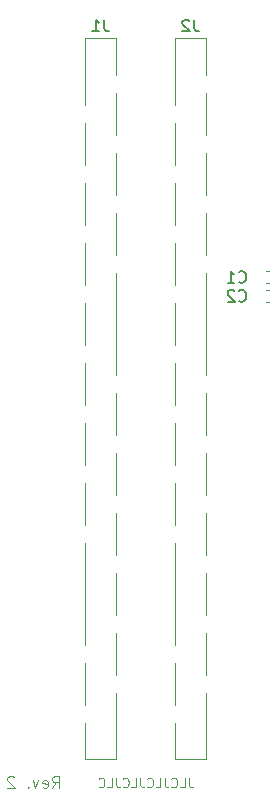
<source format=gbr>
G04 #@! TF.GenerationSoftware,KiCad,Pcbnew,9.0.6-9.0.6~ubuntu25.10.1*
G04 #@! TF.CreationDate,2025-11-17T16:53:44+09:00*
G04 #@! TF.ProjectId,bionic-z180fsc,62696f6e-6963-42d7-9a31-38306673632e,2*
G04 #@! TF.SameCoordinates,Original*
G04 #@! TF.FileFunction,Legend,Bot*
G04 #@! TF.FilePolarity,Positive*
%FSLAX46Y46*%
G04 Gerber Fmt 4.6, Leading zero omitted, Abs format (unit mm)*
G04 Created by KiCad (PCBNEW 9.0.6-9.0.6~ubuntu25.10.1) date 2025-11-17 16:53:44*
%MOMM*%
%LPD*%
G01*
G04 APERTURE LIST*
%ADD10C,0.100000*%
%ADD11C,0.125000*%
%ADD12C,0.150000*%
%ADD13C,0.120000*%
G04 APERTURE END LIST*
D10*
X117395238Y-136406895D02*
X117395238Y-136978323D01*
X117395238Y-136978323D02*
X117433333Y-137092609D01*
X117433333Y-137092609D02*
X117509524Y-137168800D01*
X117509524Y-137168800D02*
X117623809Y-137206895D01*
X117623809Y-137206895D02*
X117700000Y-137206895D01*
X116633333Y-137206895D02*
X117014285Y-137206895D01*
X117014285Y-137206895D02*
X117014285Y-136406895D01*
X115909523Y-137130704D02*
X115947619Y-137168800D01*
X115947619Y-137168800D02*
X116061904Y-137206895D01*
X116061904Y-137206895D02*
X116138095Y-137206895D01*
X116138095Y-137206895D02*
X116252381Y-137168800D01*
X116252381Y-137168800D02*
X116328571Y-137092609D01*
X116328571Y-137092609D02*
X116366666Y-137016419D01*
X116366666Y-137016419D02*
X116404762Y-136864038D01*
X116404762Y-136864038D02*
X116404762Y-136749752D01*
X116404762Y-136749752D02*
X116366666Y-136597371D01*
X116366666Y-136597371D02*
X116328571Y-136521180D01*
X116328571Y-136521180D02*
X116252381Y-136444990D01*
X116252381Y-136444990D02*
X116138095Y-136406895D01*
X116138095Y-136406895D02*
X116061904Y-136406895D01*
X116061904Y-136406895D02*
X115947619Y-136444990D01*
X115947619Y-136444990D02*
X115909523Y-136483085D01*
X115338095Y-136406895D02*
X115338095Y-136978323D01*
X115338095Y-136978323D02*
X115376190Y-137092609D01*
X115376190Y-137092609D02*
X115452381Y-137168800D01*
X115452381Y-137168800D02*
X115566666Y-137206895D01*
X115566666Y-137206895D02*
X115642857Y-137206895D01*
X114576190Y-137206895D02*
X114957142Y-137206895D01*
X114957142Y-137206895D02*
X114957142Y-136406895D01*
X113852380Y-137130704D02*
X113890476Y-137168800D01*
X113890476Y-137168800D02*
X114004761Y-137206895D01*
X114004761Y-137206895D02*
X114080952Y-137206895D01*
X114080952Y-137206895D02*
X114195238Y-137168800D01*
X114195238Y-137168800D02*
X114271428Y-137092609D01*
X114271428Y-137092609D02*
X114309523Y-137016419D01*
X114309523Y-137016419D02*
X114347619Y-136864038D01*
X114347619Y-136864038D02*
X114347619Y-136749752D01*
X114347619Y-136749752D02*
X114309523Y-136597371D01*
X114309523Y-136597371D02*
X114271428Y-136521180D01*
X114271428Y-136521180D02*
X114195238Y-136444990D01*
X114195238Y-136444990D02*
X114080952Y-136406895D01*
X114080952Y-136406895D02*
X114004761Y-136406895D01*
X114004761Y-136406895D02*
X113890476Y-136444990D01*
X113890476Y-136444990D02*
X113852380Y-136483085D01*
X113280952Y-136406895D02*
X113280952Y-136978323D01*
X113280952Y-136978323D02*
X113319047Y-137092609D01*
X113319047Y-137092609D02*
X113395238Y-137168800D01*
X113395238Y-137168800D02*
X113509523Y-137206895D01*
X113509523Y-137206895D02*
X113585714Y-137206895D01*
X112519047Y-137206895D02*
X112899999Y-137206895D01*
X112899999Y-137206895D02*
X112899999Y-136406895D01*
X111795237Y-137130704D02*
X111833333Y-137168800D01*
X111833333Y-137168800D02*
X111947618Y-137206895D01*
X111947618Y-137206895D02*
X112023809Y-137206895D01*
X112023809Y-137206895D02*
X112138095Y-137168800D01*
X112138095Y-137168800D02*
X112214285Y-137092609D01*
X112214285Y-137092609D02*
X112252380Y-137016419D01*
X112252380Y-137016419D02*
X112290476Y-136864038D01*
X112290476Y-136864038D02*
X112290476Y-136749752D01*
X112290476Y-136749752D02*
X112252380Y-136597371D01*
X112252380Y-136597371D02*
X112214285Y-136521180D01*
X112214285Y-136521180D02*
X112138095Y-136444990D01*
X112138095Y-136444990D02*
X112023809Y-136406895D01*
X112023809Y-136406895D02*
X111947618Y-136406895D01*
X111947618Y-136406895D02*
X111833333Y-136444990D01*
X111833333Y-136444990D02*
X111795237Y-136483085D01*
X111223809Y-136406895D02*
X111223809Y-136978323D01*
X111223809Y-136978323D02*
X111261904Y-137092609D01*
X111261904Y-137092609D02*
X111338095Y-137168800D01*
X111338095Y-137168800D02*
X111452380Y-137206895D01*
X111452380Y-137206895D02*
X111528571Y-137206895D01*
X110461904Y-137206895D02*
X110842856Y-137206895D01*
X110842856Y-137206895D02*
X110842856Y-136406895D01*
X109738094Y-137130704D02*
X109776190Y-137168800D01*
X109776190Y-137168800D02*
X109890475Y-137206895D01*
X109890475Y-137206895D02*
X109966666Y-137206895D01*
X109966666Y-137206895D02*
X110080952Y-137168800D01*
X110080952Y-137168800D02*
X110157142Y-137092609D01*
X110157142Y-137092609D02*
X110195237Y-137016419D01*
X110195237Y-137016419D02*
X110233333Y-136864038D01*
X110233333Y-136864038D02*
X110233333Y-136749752D01*
X110233333Y-136749752D02*
X110195237Y-136597371D01*
X110195237Y-136597371D02*
X110157142Y-136521180D01*
X110157142Y-136521180D02*
X110080952Y-136444990D01*
X110080952Y-136444990D02*
X109966666Y-136406895D01*
X109966666Y-136406895D02*
X109890475Y-136406895D01*
X109890475Y-136406895D02*
X109776190Y-136444990D01*
X109776190Y-136444990D02*
X109738094Y-136483085D01*
D11*
X105823240Y-137258119D02*
X106156573Y-136781928D01*
X106394668Y-137258119D02*
X106394668Y-136258119D01*
X106394668Y-136258119D02*
X106013716Y-136258119D01*
X106013716Y-136258119D02*
X105918478Y-136305738D01*
X105918478Y-136305738D02*
X105870859Y-136353357D01*
X105870859Y-136353357D02*
X105823240Y-136448595D01*
X105823240Y-136448595D02*
X105823240Y-136591452D01*
X105823240Y-136591452D02*
X105870859Y-136686690D01*
X105870859Y-136686690D02*
X105918478Y-136734309D01*
X105918478Y-136734309D02*
X106013716Y-136781928D01*
X106013716Y-136781928D02*
X106394668Y-136781928D01*
X105013716Y-137210500D02*
X105108954Y-137258119D01*
X105108954Y-137258119D02*
X105299430Y-137258119D01*
X105299430Y-137258119D02*
X105394668Y-137210500D01*
X105394668Y-137210500D02*
X105442287Y-137115261D01*
X105442287Y-137115261D02*
X105442287Y-136734309D01*
X105442287Y-136734309D02*
X105394668Y-136639071D01*
X105394668Y-136639071D02*
X105299430Y-136591452D01*
X105299430Y-136591452D02*
X105108954Y-136591452D01*
X105108954Y-136591452D02*
X105013716Y-136639071D01*
X105013716Y-136639071D02*
X104966097Y-136734309D01*
X104966097Y-136734309D02*
X104966097Y-136829547D01*
X104966097Y-136829547D02*
X105442287Y-136924785D01*
X104632763Y-136591452D02*
X104394668Y-137258119D01*
X104394668Y-137258119D02*
X104156573Y-136591452D01*
X103775620Y-137162880D02*
X103728001Y-137210500D01*
X103728001Y-137210500D02*
X103775620Y-137258119D01*
X103775620Y-137258119D02*
X103823239Y-137210500D01*
X103823239Y-137210500D02*
X103775620Y-137162880D01*
X103775620Y-137162880D02*
X103775620Y-137258119D01*
X102585144Y-136353357D02*
X102537525Y-136305738D01*
X102537525Y-136305738D02*
X102442287Y-136258119D01*
X102442287Y-136258119D02*
X102204192Y-136258119D01*
X102204192Y-136258119D02*
X102108954Y-136305738D01*
X102108954Y-136305738D02*
X102061335Y-136353357D01*
X102061335Y-136353357D02*
X102013716Y-136448595D01*
X102013716Y-136448595D02*
X102013716Y-136543833D01*
X102013716Y-136543833D02*
X102061335Y-136686690D01*
X102061335Y-136686690D02*
X102632763Y-137258119D01*
X102632763Y-137258119D02*
X102013716Y-137258119D01*
D12*
X117843333Y-72204819D02*
X117843333Y-72919104D01*
X117843333Y-72919104D02*
X117890952Y-73061961D01*
X117890952Y-73061961D02*
X117986190Y-73157200D01*
X117986190Y-73157200D02*
X118129047Y-73204819D01*
X118129047Y-73204819D02*
X118224285Y-73204819D01*
X117414761Y-72300057D02*
X117367142Y-72252438D01*
X117367142Y-72252438D02*
X117271904Y-72204819D01*
X117271904Y-72204819D02*
X117033809Y-72204819D01*
X117033809Y-72204819D02*
X116938571Y-72252438D01*
X116938571Y-72252438D02*
X116890952Y-72300057D01*
X116890952Y-72300057D02*
X116843333Y-72395295D01*
X116843333Y-72395295D02*
X116843333Y-72490533D01*
X116843333Y-72490533D02*
X116890952Y-72633390D01*
X116890952Y-72633390D02*
X117462380Y-73204819D01*
X117462380Y-73204819D02*
X116843333Y-73204819D01*
X110223333Y-72204819D02*
X110223333Y-72919104D01*
X110223333Y-72919104D02*
X110270952Y-73061961D01*
X110270952Y-73061961D02*
X110366190Y-73157200D01*
X110366190Y-73157200D02*
X110509047Y-73204819D01*
X110509047Y-73204819D02*
X110604285Y-73204819D01*
X109223333Y-73204819D02*
X109794761Y-73204819D01*
X109509047Y-73204819D02*
X109509047Y-72204819D01*
X109509047Y-72204819D02*
X109604285Y-72347676D01*
X109604285Y-72347676D02*
X109699523Y-72442914D01*
X109699523Y-72442914D02*
X109794761Y-72490533D01*
X121612566Y-94387980D02*
X121660185Y-94435600D01*
X121660185Y-94435600D02*
X121803042Y-94483219D01*
X121803042Y-94483219D02*
X121898280Y-94483219D01*
X121898280Y-94483219D02*
X122041137Y-94435600D01*
X122041137Y-94435600D02*
X122136375Y-94340361D01*
X122136375Y-94340361D02*
X122183994Y-94245123D01*
X122183994Y-94245123D02*
X122231613Y-94054647D01*
X122231613Y-94054647D02*
X122231613Y-93911790D01*
X122231613Y-93911790D02*
X122183994Y-93721314D01*
X122183994Y-93721314D02*
X122136375Y-93626076D01*
X122136375Y-93626076D02*
X122041137Y-93530838D01*
X122041137Y-93530838D02*
X121898280Y-93483219D01*
X121898280Y-93483219D02*
X121803042Y-93483219D01*
X121803042Y-93483219D02*
X121660185Y-93530838D01*
X121660185Y-93530838D02*
X121612566Y-93578457D01*
X120660185Y-94483219D02*
X121231613Y-94483219D01*
X120945899Y-94483219D02*
X120945899Y-93483219D01*
X120945899Y-93483219D02*
X121041137Y-93626076D01*
X121041137Y-93626076D02*
X121136375Y-93721314D01*
X121136375Y-93721314D02*
X121231613Y-93768933D01*
X121612566Y-95988180D02*
X121660185Y-96035800D01*
X121660185Y-96035800D02*
X121803042Y-96083419D01*
X121803042Y-96083419D02*
X121898280Y-96083419D01*
X121898280Y-96083419D02*
X122041137Y-96035800D01*
X122041137Y-96035800D02*
X122136375Y-95940561D01*
X122136375Y-95940561D02*
X122183994Y-95845323D01*
X122183994Y-95845323D02*
X122231613Y-95654847D01*
X122231613Y-95654847D02*
X122231613Y-95511990D01*
X122231613Y-95511990D02*
X122183994Y-95321514D01*
X122183994Y-95321514D02*
X122136375Y-95226276D01*
X122136375Y-95226276D02*
X122041137Y-95131038D01*
X122041137Y-95131038D02*
X121898280Y-95083419D01*
X121898280Y-95083419D02*
X121803042Y-95083419D01*
X121803042Y-95083419D02*
X121660185Y-95131038D01*
X121660185Y-95131038D02*
X121612566Y-95178657D01*
X121231613Y-95178657D02*
X121183994Y-95131038D01*
X121183994Y-95131038D02*
X121088756Y-95083419D01*
X121088756Y-95083419D02*
X120850661Y-95083419D01*
X120850661Y-95083419D02*
X120755423Y-95131038D01*
X120755423Y-95131038D02*
X120707804Y-95178657D01*
X120707804Y-95178657D02*
X120660185Y-95273895D01*
X120660185Y-95273895D02*
X120660185Y-95369133D01*
X120660185Y-95369133D02*
X120707804Y-95511990D01*
X120707804Y-95511990D02*
X121279232Y-96083419D01*
X121279232Y-96083419D02*
X120660185Y-96083419D01*
D13*
X116180000Y-74320000D02*
X116180000Y-73750000D01*
X116180000Y-79400000D02*
X116180000Y-74320000D01*
X116180000Y-84480000D02*
X116180000Y-80920000D01*
X116180000Y-89560000D02*
X116180000Y-86000000D01*
X116180000Y-94640000D02*
X116180000Y-91080000D01*
X116180000Y-99720000D02*
X116180000Y-96160000D01*
X116180000Y-104800000D02*
X116180000Y-101240000D01*
X116180000Y-109880000D02*
X116180000Y-106320000D01*
X116180000Y-114960000D02*
X116180000Y-111400000D01*
X116180000Y-121560000D02*
X116180000Y-116480000D01*
X116180000Y-125120000D02*
X116180000Y-121560000D01*
X116180000Y-130200000D02*
X116180000Y-126640000D01*
X116180000Y-134830000D02*
X116180000Y-131720000D01*
X118840000Y-73750000D02*
X116180000Y-73750000D01*
X118840000Y-76860000D02*
X118840000Y-73750000D01*
X118840000Y-81940000D02*
X118840000Y-78380000D01*
X118840000Y-87020000D02*
X118840000Y-83460000D01*
X118840000Y-92100000D02*
X118840000Y-88540000D01*
X118840000Y-98700000D02*
X118840000Y-93620000D01*
X118840000Y-102260000D02*
X118840000Y-98700000D01*
X118840000Y-107340000D02*
X118840000Y-103780000D01*
X118840000Y-112420000D02*
X118840000Y-108860000D01*
X118840000Y-117500000D02*
X118840000Y-113940000D01*
X118840000Y-122580000D02*
X118840000Y-119020000D01*
X118840000Y-127660000D02*
X118840000Y-124100000D01*
X118840000Y-134260000D02*
X118840000Y-129180000D01*
X118840000Y-134830000D02*
X116180000Y-134830000D01*
X118840000Y-134830000D02*
X118840000Y-134260000D01*
X108560000Y-75840000D02*
X108560000Y-73750000D01*
X108560000Y-79400000D02*
X108560000Y-75840000D01*
X108560000Y-84480000D02*
X108560000Y-80920000D01*
X108560000Y-89560000D02*
X108560000Y-86000000D01*
X108560000Y-94640000D02*
X108560000Y-91080000D01*
X108560000Y-99720000D02*
X108560000Y-96160000D01*
X108560000Y-104800000D02*
X108560000Y-101240000D01*
X108560000Y-109880000D02*
X108560000Y-106320000D01*
X108560000Y-114960000D02*
X108560000Y-111400000D01*
X108560000Y-121560000D02*
X108560000Y-116480000D01*
X108560000Y-125120000D02*
X108560000Y-121560000D01*
X108560000Y-130200000D02*
X108560000Y-126640000D01*
X108560000Y-134830000D02*
X108560000Y-131720000D01*
X111220000Y-73750000D02*
X108560000Y-73750000D01*
X111220000Y-76860000D02*
X111220000Y-73750000D01*
X111220000Y-81940000D02*
X111220000Y-78380000D01*
X111220000Y-87020000D02*
X111220000Y-83460000D01*
X111220000Y-92100000D02*
X111220000Y-88540000D01*
X111220000Y-98700000D02*
X111220000Y-93620000D01*
X111220000Y-102260000D02*
X111220000Y-98700000D01*
X111220000Y-107340000D02*
X111220000Y-103780000D01*
X111220000Y-112420000D02*
X111220000Y-108860000D01*
X111220000Y-117500000D02*
X111220000Y-113940000D01*
X111220000Y-122580000D02*
X111220000Y-119020000D01*
X111220000Y-127660000D02*
X111220000Y-124100000D01*
X111220000Y-134260000D02*
X111220000Y-129180000D01*
X111220000Y-134830000D02*
X108560000Y-134830000D01*
X111220000Y-134830000D02*
X111220000Y-134260000D01*
X124207267Y-93518400D02*
X123914733Y-93518400D01*
X124207267Y-94538400D02*
X123914733Y-94538400D01*
X124208367Y-95118600D02*
X123915833Y-95118600D01*
X124208367Y-96138600D02*
X123915833Y-96138600D01*
M02*

</source>
